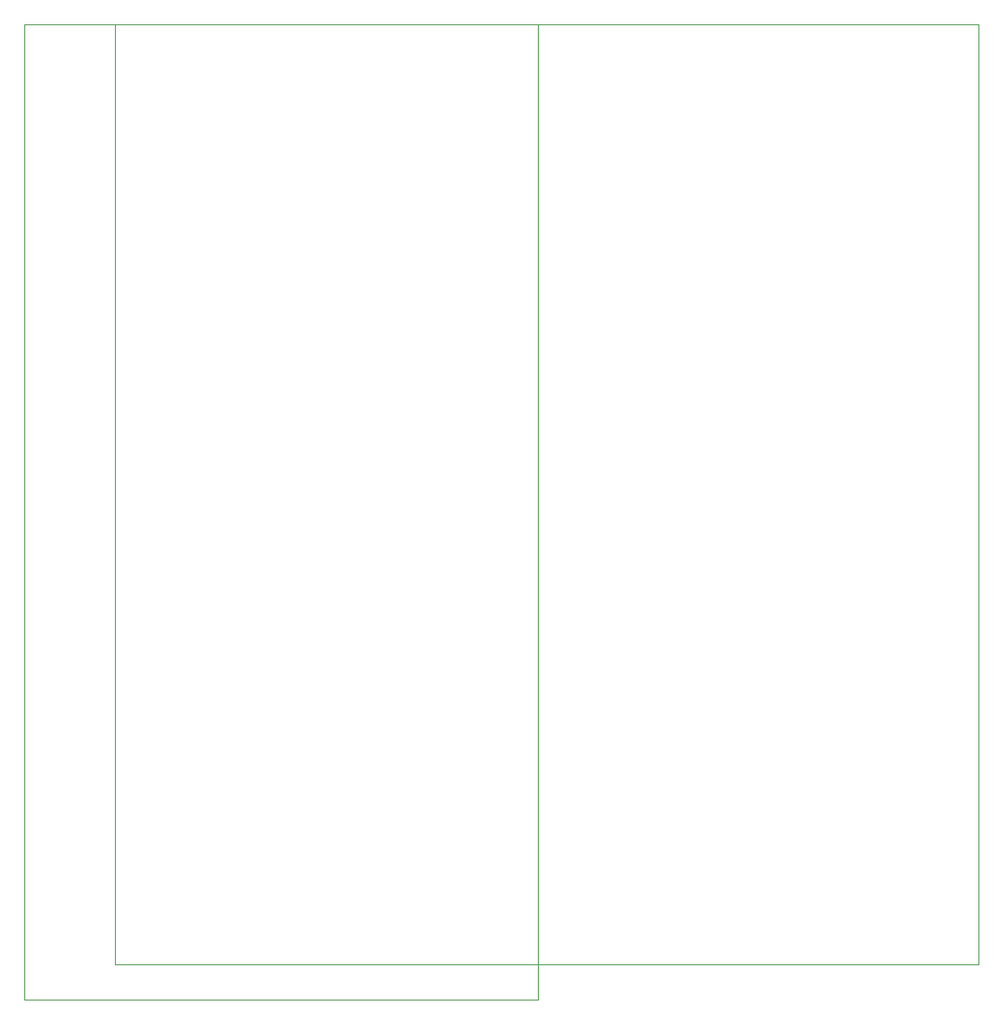
<source format=gbr>
<<<<<<< HEAD
G04 #@! TF.GenerationSoftware,KiCad,Pcbnew,(5.1.5)-3*
G04 #@! TF.CreationDate,2020-06-18T12:09:29-04:00*
=======
G04 #@! TF.GenerationSoftware,KiCad,Pcbnew,(5.1.4)-1*
G04 #@! TF.CreationDate,2019-12-12T14:56:50-05:00*
>>>>>>> c72b17a5d7b5ed9fcabc01d086026c6393906d9b
G04 #@! TF.ProjectId,psu_board,7073755f-626f-4617-9264-2e6b69636164,rev?*
G04 #@! TF.SameCoordinates,Original*
G04 #@! TF.FileFunction,Profile,NP*
%FSLAX46Y46*%
G04 Gerber Fmt 4.6, Leading zero omitted, Abs format (unit mm)*
<<<<<<< HEAD
G04 Created by KiCad (PCBNEW (5.1.5)-3) date 2020-06-18 12:09:29*
=======
G04 Created by KiCad (PCBNEW (5.1.4)-1) date 2019-12-12 14:56:50*
>>>>>>> c72b17a5d7b5ed9fcabc01d086026c6393906d9b
%MOMM*%
%LPD*%
G04 APERTURE LIST*
%ADD10C,0.050000*%
G04 APERTURE END LIST*
D10*
<<<<<<< HEAD
X163068000Y-157734000D02*
X163068000Y-62992000D01*
X170180000Y-157734000D02*
X163068000Y-157734000D01*
X250190000Y-62992000D02*
X163068000Y-62992000D01*
X250190000Y-67056000D02*
X250190000Y-62992000D01*
X250190000Y-157734000D02*
X250190000Y-67056000D01*
X170180000Y-157734000D02*
X250190000Y-157734000D01*
=======
X153924000Y-161290000D02*
X153924000Y-157734000D01*
X205740000Y-161290000D02*
X153924000Y-161290000D01*
X205740000Y-62992000D02*
X205740000Y-161290000D01*
X153924000Y-62992000D02*
X205740000Y-62992000D01*
X153924000Y-62992000D02*
X153924000Y-67056000D01*
X153924000Y-157734000D02*
X153924000Y-67056000D01*
>>>>>>> c72b17a5d7b5ed9fcabc01d086026c6393906d9b
M02*

</source>
